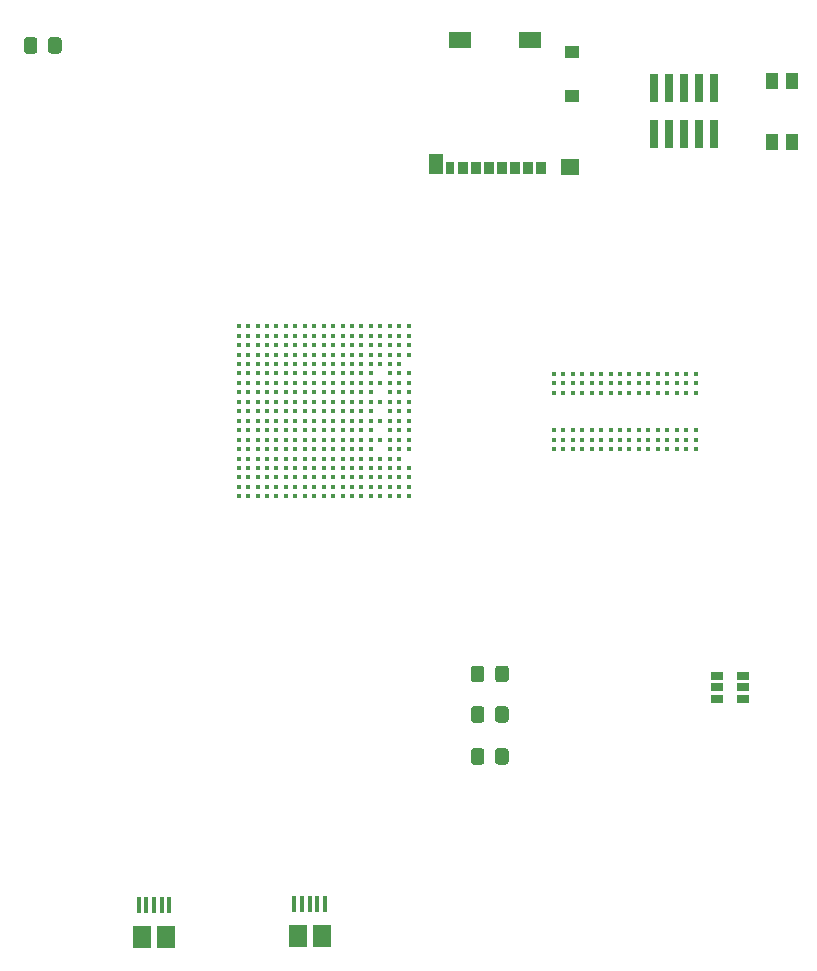
<source format=gbr>
%TF.GenerationSoftware,KiCad,Pcbnew,(5.1.8-0-10_14)*%
%TF.CreationDate,2021-04-08T13:24:54+01:00*%
%TF.ProjectId,STM32MP1_TestBoard_RevB,53544d33-324d-4503-915f-54657374426f,rev?*%
%TF.SameCoordinates,Original*%
%TF.FileFunction,Paste,Top*%
%TF.FilePolarity,Positive*%
%FSLAX46Y46*%
G04 Gerber Fmt 4.6, Leading zero omitted, Abs format (unit mm)*
G04 Created by KiCad (PCBNEW (5.1.8-0-10_14)) date 2021-04-08 13:24:54*
%MOMM*%
%LPD*%
G01*
G04 APERTURE LIST*
%ADD10R,1.900000X1.350000*%
%ADD11R,1.200000X1.000000*%
%ADD12R,1.550000X1.350000*%
%ADD13R,1.170000X1.800000*%
%ADD14R,0.850000X1.100000*%
%ADD15R,0.750000X1.100000*%
%ADD16R,1.000000X1.450000*%
%ADD17C,0.400000*%
%ADD18R,1.500000X1.900000*%
%ADD19R,0.400000X1.350000*%
%ADD20R,1.060000X0.650000*%
%ADD21R,0.740000X2.400000*%
G04 APERTURE END LIST*
%TO.C,D2*%
G36*
G01*
X173540000Y-124644999D02*
X173540000Y-125545001D01*
G75*
G02*
X173290001Y-125795000I-249999J0D01*
G01*
X172639999Y-125795000D01*
G75*
G02*
X172390000Y-125545001I0J249999D01*
G01*
X172390000Y-124644999D01*
G75*
G02*
X172639999Y-124395000I249999J0D01*
G01*
X173290001Y-124395000D01*
G75*
G02*
X173540000Y-124644999I0J-249999D01*
G01*
G37*
G36*
G01*
X175590000Y-124644999D02*
X175590000Y-125545001D01*
G75*
G02*
X175340001Y-125795000I-249999J0D01*
G01*
X174689999Y-125795000D01*
G75*
G02*
X174440000Y-125545001I0J249999D01*
G01*
X174440000Y-124644999D01*
G75*
G02*
X174689999Y-124395000I249999J0D01*
G01*
X175340001Y-124395000D01*
G75*
G02*
X175590000Y-124644999I0J-249999D01*
G01*
G37*
%TD*%
D10*
%TO.C,J10*%
X171466500Y-71460000D03*
X177436500Y-71460000D03*
D11*
X180936500Y-76135000D03*
X180936500Y-72435000D03*
D12*
X180761500Y-82160000D03*
D13*
X169441500Y-81935000D03*
D14*
X171701500Y-82285000D03*
X172801500Y-82285000D03*
X173901500Y-82285000D03*
X175001500Y-82285000D03*
X176101500Y-82285000D03*
X177201500Y-82285000D03*
D15*
X170651500Y-82285000D03*
D14*
X178301500Y-82285000D03*
%TD*%
D16*
%TO.C,SW2*%
X199605000Y-80045000D03*
X199605000Y-74895000D03*
X197905000Y-74895000D03*
X197905000Y-80045000D03*
%TD*%
D17*
%TO.C,U1*%
X167131000Y-110057000D03*
X167131000Y-109257000D03*
X167131000Y-108457000D03*
X167131000Y-107657000D03*
X167131000Y-106057000D03*
X167131000Y-105257000D03*
X167131000Y-104457000D03*
X167131000Y-103657000D03*
X167131000Y-102857000D03*
X167131000Y-102057000D03*
X167131000Y-101257000D03*
X167131000Y-100457000D03*
X167131000Y-99657000D03*
X167131000Y-98057000D03*
X167131000Y-97257000D03*
X167131000Y-96457000D03*
X167131000Y-95657000D03*
X166331000Y-110057000D03*
X166331000Y-109257000D03*
X166331000Y-108457000D03*
X166331000Y-107657000D03*
X166331000Y-106857000D03*
X166331000Y-106057000D03*
X166331000Y-105257000D03*
X166331000Y-104457000D03*
X166331000Y-103657000D03*
X166331000Y-102857000D03*
X166331000Y-102057000D03*
X166331000Y-101257000D03*
X166331000Y-100457000D03*
X166331000Y-99657000D03*
X166331000Y-98857000D03*
X166331000Y-98057000D03*
X166331000Y-97257000D03*
X166331000Y-96457000D03*
X166331000Y-95657000D03*
X165531000Y-110057000D03*
X165531000Y-109257000D03*
X165531000Y-108457000D03*
X165531000Y-107657000D03*
X165531000Y-106857000D03*
X165531000Y-106057000D03*
X165531000Y-105257000D03*
X165531000Y-104457000D03*
X165531000Y-103657000D03*
X165531000Y-102857000D03*
X165531000Y-102057000D03*
X165531000Y-101257000D03*
X165531000Y-100457000D03*
X165531000Y-99657000D03*
X165531000Y-98857000D03*
X165531000Y-98057000D03*
X165531000Y-97257000D03*
X165531000Y-96457000D03*
X165531000Y-95657000D03*
X164731000Y-110057000D03*
X164731000Y-109257000D03*
X164731000Y-108457000D03*
X164731000Y-107657000D03*
X164731000Y-106857000D03*
X164731000Y-105257000D03*
X164731000Y-103657000D03*
X164731000Y-102057000D03*
X164731000Y-100457000D03*
X164731000Y-98857000D03*
X164731000Y-98057000D03*
X164731000Y-97257000D03*
X164731000Y-96457000D03*
X164731000Y-95657000D03*
X163931000Y-110057000D03*
X163931000Y-109257000D03*
X163931000Y-108457000D03*
X163931000Y-107657000D03*
X163931000Y-106857000D03*
X163931000Y-106057000D03*
X163931000Y-105257000D03*
X163931000Y-104457000D03*
X163931000Y-103657000D03*
X163931000Y-102857000D03*
X163931000Y-102057000D03*
X163931000Y-101257000D03*
X163931000Y-100457000D03*
X163931000Y-99657000D03*
X163931000Y-98857000D03*
X163931000Y-98057000D03*
X163931000Y-97257000D03*
X163931000Y-96457000D03*
X163931000Y-95657000D03*
X163131000Y-110057000D03*
X163131000Y-109257000D03*
X163131000Y-108457000D03*
X163131000Y-107657000D03*
X163131000Y-106857000D03*
X163131000Y-106057000D03*
X163131000Y-105257000D03*
X163131000Y-104457000D03*
X163131000Y-103657000D03*
X163131000Y-102857000D03*
X163131000Y-102057000D03*
X163131000Y-101257000D03*
X163131000Y-100457000D03*
X163131000Y-99657000D03*
X163131000Y-98857000D03*
X163131000Y-98057000D03*
X163131000Y-97257000D03*
X163131000Y-96457000D03*
X163131000Y-95657000D03*
X162331000Y-110057000D03*
X162331000Y-109257000D03*
X162331000Y-108457000D03*
X162331000Y-107657000D03*
X162331000Y-106857000D03*
X162331000Y-106057000D03*
X162331000Y-105257000D03*
X162331000Y-104457000D03*
X162331000Y-103657000D03*
X162331000Y-102857000D03*
X162331000Y-102057000D03*
X162331000Y-101257000D03*
X162331000Y-100457000D03*
X162331000Y-99657000D03*
X162331000Y-98857000D03*
X162331000Y-98057000D03*
X162331000Y-97257000D03*
X162331000Y-96457000D03*
X162331000Y-95657000D03*
X161531000Y-110057000D03*
X161531000Y-109257000D03*
X161531000Y-108457000D03*
X161531000Y-107657000D03*
X161531000Y-106857000D03*
X161531000Y-106057000D03*
X161531000Y-105257000D03*
X161531000Y-104457000D03*
X161531000Y-103657000D03*
X161531000Y-102857000D03*
X161531000Y-102057000D03*
X161531000Y-101257000D03*
X161531000Y-100457000D03*
X161531000Y-99657000D03*
X161531000Y-98857000D03*
X161531000Y-98057000D03*
X161531000Y-97257000D03*
X161531000Y-96457000D03*
X161531000Y-95657000D03*
X160731000Y-110057000D03*
X160731000Y-109257000D03*
X160731000Y-108457000D03*
X160731000Y-107657000D03*
X160731000Y-106857000D03*
X160731000Y-106057000D03*
X160731000Y-105257000D03*
X160731000Y-104457000D03*
X160731000Y-103657000D03*
X160731000Y-102857000D03*
X160731000Y-102057000D03*
X160731000Y-101257000D03*
X160731000Y-100457000D03*
X160731000Y-99657000D03*
X160731000Y-98857000D03*
X160731000Y-98057000D03*
X160731000Y-97257000D03*
X160731000Y-96457000D03*
X160731000Y-95657000D03*
X159931000Y-110057000D03*
X159931000Y-109257000D03*
X159931000Y-108457000D03*
X159931000Y-107657000D03*
X159931000Y-106857000D03*
X159931000Y-106057000D03*
X159931000Y-105257000D03*
X159931000Y-104457000D03*
X159931000Y-103657000D03*
X159931000Y-102857000D03*
X159931000Y-102057000D03*
X159931000Y-101257000D03*
X159931000Y-100457000D03*
X159931000Y-99657000D03*
X159931000Y-98857000D03*
X159931000Y-98057000D03*
X159931000Y-97257000D03*
X159931000Y-96457000D03*
X159931000Y-95657000D03*
X159131000Y-110057000D03*
X159131000Y-109257000D03*
X159131000Y-108457000D03*
X159131000Y-107657000D03*
X159131000Y-106857000D03*
X159131000Y-106057000D03*
X159131000Y-105257000D03*
X159131000Y-104457000D03*
X159131000Y-103657000D03*
X159131000Y-102857000D03*
X159131000Y-102057000D03*
X159131000Y-101257000D03*
X159131000Y-100457000D03*
X159131000Y-99657000D03*
X159131000Y-98857000D03*
X159131000Y-98057000D03*
X159131000Y-97257000D03*
X159131000Y-96457000D03*
X159131000Y-95657000D03*
X158331000Y-110057000D03*
X158331000Y-109257000D03*
X158331000Y-108457000D03*
X158331000Y-107657000D03*
X158331000Y-106857000D03*
X158331000Y-106057000D03*
X158331000Y-105257000D03*
X158331000Y-104457000D03*
X158331000Y-103657000D03*
X158331000Y-102857000D03*
X158331000Y-102057000D03*
X158331000Y-101257000D03*
X158331000Y-100457000D03*
X158331000Y-99657000D03*
X158331000Y-98857000D03*
X158331000Y-98057000D03*
X158331000Y-97257000D03*
X158331000Y-96457000D03*
X158331000Y-95657000D03*
X157531000Y-110057000D03*
X157531000Y-109257000D03*
X157531000Y-108457000D03*
X157531000Y-107657000D03*
X157531000Y-106857000D03*
X157531000Y-106057000D03*
X157531000Y-105257000D03*
X157531000Y-104457000D03*
X157531000Y-103657000D03*
X157531000Y-102857000D03*
X157531000Y-102057000D03*
X157531000Y-101257000D03*
X157531000Y-100457000D03*
X157531000Y-99657000D03*
X157531000Y-98857000D03*
X157531000Y-98057000D03*
X157531000Y-97257000D03*
X157531000Y-96457000D03*
X157531000Y-95657000D03*
X156731000Y-110057000D03*
X156731000Y-109257000D03*
X156731000Y-108457000D03*
X156731000Y-107657000D03*
X156731000Y-106857000D03*
X156731000Y-106057000D03*
X156731000Y-105257000D03*
X156731000Y-104457000D03*
X156731000Y-103657000D03*
X156731000Y-102857000D03*
X156731000Y-102057000D03*
X156731000Y-101257000D03*
X156731000Y-100457000D03*
X156731000Y-99657000D03*
X156731000Y-98857000D03*
X156731000Y-98057000D03*
X156731000Y-97257000D03*
X156731000Y-96457000D03*
X156731000Y-95657000D03*
X155931000Y-110057000D03*
X155931000Y-109257000D03*
X155931000Y-108457000D03*
X155931000Y-107657000D03*
X155931000Y-106857000D03*
X155931000Y-106057000D03*
X155931000Y-105257000D03*
X155931000Y-104457000D03*
X155931000Y-103657000D03*
X155931000Y-102857000D03*
X155931000Y-102057000D03*
X155931000Y-101257000D03*
X155931000Y-100457000D03*
X155931000Y-99657000D03*
X155931000Y-98857000D03*
X155931000Y-98057000D03*
X155931000Y-97257000D03*
X155931000Y-96457000D03*
X155931000Y-95657000D03*
X155131000Y-110057000D03*
X155131000Y-109257000D03*
X155131000Y-108457000D03*
X155131000Y-107657000D03*
X155131000Y-106857000D03*
X155131000Y-106057000D03*
X155131000Y-105257000D03*
X155131000Y-104457000D03*
X155131000Y-103657000D03*
X155131000Y-102857000D03*
X155131000Y-102057000D03*
X155131000Y-101257000D03*
X155131000Y-100457000D03*
X155131000Y-99657000D03*
X155131000Y-98857000D03*
X155131000Y-98057000D03*
X155131000Y-97257000D03*
X155131000Y-96457000D03*
X155131000Y-95657000D03*
X154331000Y-110057000D03*
X154331000Y-109257000D03*
X154331000Y-108457000D03*
X154331000Y-107657000D03*
X154331000Y-106857000D03*
X154331000Y-106057000D03*
X154331000Y-105257000D03*
X154331000Y-104457000D03*
X154331000Y-103657000D03*
X154331000Y-102857000D03*
X154331000Y-102057000D03*
X154331000Y-101257000D03*
X154331000Y-100457000D03*
X154331000Y-99657000D03*
X154331000Y-98857000D03*
X154331000Y-98057000D03*
X154331000Y-97257000D03*
X154331000Y-96457000D03*
X154331000Y-95657000D03*
X153531000Y-110057000D03*
X153531000Y-109257000D03*
X153531000Y-108457000D03*
X153531000Y-107657000D03*
X153531000Y-106857000D03*
X153531000Y-106057000D03*
X153531000Y-105257000D03*
X153531000Y-104457000D03*
X153531000Y-103657000D03*
X153531000Y-102857000D03*
X153531000Y-102057000D03*
X153531000Y-101257000D03*
X153531000Y-100457000D03*
X153531000Y-99657000D03*
X153531000Y-98857000D03*
X153531000Y-98057000D03*
X153531000Y-97257000D03*
X153531000Y-96457000D03*
X153531000Y-95657000D03*
X152731000Y-110057000D03*
X152731000Y-109257000D03*
X152731000Y-108457000D03*
X152731000Y-107657000D03*
X152731000Y-106857000D03*
X152731000Y-106057000D03*
X152731000Y-105257000D03*
X152731000Y-104457000D03*
X152731000Y-103657000D03*
X152731000Y-102857000D03*
X152731000Y-102057000D03*
X152731000Y-101257000D03*
X152731000Y-100457000D03*
X152731000Y-99657000D03*
X152731000Y-98857000D03*
X152731000Y-98057000D03*
X152731000Y-97257000D03*
X152731000Y-96457000D03*
X152731000Y-95657000D03*
%TD*%
%TO.C,D4*%
G36*
G01*
X173540000Y-131629999D02*
X173540000Y-132530001D01*
G75*
G02*
X173290001Y-132780000I-249999J0D01*
G01*
X172639999Y-132780000D01*
G75*
G02*
X172390000Y-132530001I0J249999D01*
G01*
X172390000Y-131629999D01*
G75*
G02*
X172639999Y-131380000I249999J0D01*
G01*
X173290001Y-131380000D01*
G75*
G02*
X173540000Y-131629999I0J-249999D01*
G01*
G37*
G36*
G01*
X175590000Y-131629999D02*
X175590000Y-132530001D01*
G75*
G02*
X175340001Y-132780000I-249999J0D01*
G01*
X174689999Y-132780000D01*
G75*
G02*
X174440000Y-132530001I0J249999D01*
G01*
X174440000Y-131629999D01*
G75*
G02*
X174689999Y-131380000I249999J0D01*
G01*
X175340001Y-131380000D01*
G75*
G02*
X175590000Y-131629999I0J-249999D01*
G01*
G37*
%TD*%
%TO.C,D3*%
G36*
G01*
X173540000Y-128073999D02*
X173540000Y-128974001D01*
G75*
G02*
X173290001Y-129224000I-249999J0D01*
G01*
X172639999Y-129224000D01*
G75*
G02*
X172390000Y-128974001I0J249999D01*
G01*
X172390000Y-128073999D01*
G75*
G02*
X172639999Y-127824000I249999J0D01*
G01*
X173290001Y-127824000D01*
G75*
G02*
X173540000Y-128073999I0J-249999D01*
G01*
G37*
G36*
G01*
X175590000Y-128073999D02*
X175590000Y-128974001D01*
G75*
G02*
X175340001Y-129224000I-249999J0D01*
G01*
X174689999Y-129224000D01*
G75*
G02*
X174440000Y-128974001I0J249999D01*
G01*
X174440000Y-128073999D01*
G75*
G02*
X174689999Y-127824000I249999J0D01*
G01*
X175340001Y-127824000D01*
G75*
G02*
X175590000Y-128073999I0J-249999D01*
G01*
G37*
%TD*%
%TO.C,U2*%
X191420000Y-99670000D03*
X191420000Y-100470000D03*
X191420000Y-101270000D03*
X191420000Y-104470000D03*
X191420000Y-105270000D03*
X191420000Y-106070000D03*
X190620000Y-99670000D03*
X190620000Y-100470000D03*
X190620000Y-101270000D03*
X190620000Y-104470000D03*
X190620000Y-105270000D03*
X190620000Y-106070000D03*
X189820000Y-99670000D03*
X189820000Y-100470000D03*
X189820000Y-101270000D03*
X189820000Y-104470000D03*
X189820000Y-105270000D03*
X189820000Y-106070000D03*
X189020000Y-99670000D03*
X189020000Y-100470000D03*
X189020000Y-101270000D03*
X189020000Y-104470000D03*
X189020000Y-105270000D03*
X189020000Y-106070000D03*
X188220000Y-99670000D03*
X188220000Y-100470000D03*
X188220000Y-101270000D03*
X188220000Y-104470000D03*
X188220000Y-105270000D03*
X188220000Y-106070000D03*
X187420000Y-99670000D03*
X187420000Y-100470000D03*
X187420000Y-101270000D03*
X187420000Y-104470000D03*
X187420000Y-105270000D03*
X187420000Y-106070000D03*
X186620000Y-99670000D03*
X186620000Y-100470000D03*
X186620000Y-101270000D03*
X186620000Y-104470000D03*
X186620000Y-105270000D03*
X186620000Y-106070000D03*
X185820000Y-99670000D03*
X185820000Y-100470000D03*
X185820000Y-101270000D03*
X185820000Y-104470000D03*
X185820000Y-105270000D03*
X185820000Y-106070000D03*
X185020000Y-99670000D03*
X185020000Y-100470000D03*
X185020000Y-101270000D03*
X185020000Y-104470000D03*
X185020000Y-105270000D03*
X185020000Y-106070000D03*
X184220000Y-99670000D03*
X184220000Y-100470000D03*
X184220000Y-101270000D03*
X184220000Y-104470000D03*
X184220000Y-105270000D03*
X184220000Y-106070000D03*
X183420000Y-99670000D03*
X183420000Y-100470000D03*
X183420000Y-101270000D03*
X183420000Y-104470000D03*
X183420000Y-105270000D03*
X183420000Y-106070000D03*
X182620000Y-99670000D03*
X182620000Y-100470000D03*
X182620000Y-101270000D03*
X182620000Y-104470000D03*
X182620000Y-105270000D03*
X182620000Y-106070000D03*
X181820000Y-99670000D03*
X181820000Y-100470000D03*
X181820000Y-101270000D03*
X181820000Y-104470000D03*
X181820000Y-105270000D03*
X181820000Y-106070000D03*
X181020000Y-99670000D03*
X181020000Y-100470000D03*
X181020000Y-101270000D03*
X181020000Y-104470000D03*
X181020000Y-105270000D03*
X181020000Y-106070000D03*
X180220000Y-99670000D03*
X180220000Y-100470000D03*
X180220000Y-101270000D03*
X180220000Y-104470000D03*
X180220000Y-105270000D03*
X180220000Y-106070000D03*
X179420000Y-99670000D03*
X179420000Y-100470000D03*
X179420000Y-101270000D03*
X179420000Y-104470000D03*
X179420000Y-105270000D03*
X179420000Y-106070000D03*
%TD*%
D18*
%TO.C,J8*%
X144567400Y-147338300D03*
D19*
X145567400Y-144638300D03*
X146217400Y-144638300D03*
X146867400Y-144638300D03*
X144267400Y-144638300D03*
X144917400Y-144638300D03*
D18*
X146567400Y-147338300D03*
%TD*%
D20*
%TO.C,U4*%
X195410000Y-126238000D03*
X195410000Y-125288000D03*
X195410000Y-127188000D03*
X193210000Y-127188000D03*
X193210000Y-126238000D03*
X193210000Y-125288000D03*
%TD*%
D18*
%TO.C,J14*%
X157750000Y-147287500D03*
D19*
X158750000Y-144587500D03*
X159400000Y-144587500D03*
X160050000Y-144587500D03*
X157450000Y-144587500D03*
X158100000Y-144587500D03*
D18*
X159750000Y-147287500D03*
%TD*%
D21*
%TO.C,J6*%
X187896500Y-79420000D03*
X187896500Y-75520000D03*
X189166500Y-79420000D03*
X189166500Y-75520000D03*
X190436500Y-79420000D03*
X190436500Y-75520000D03*
X191706500Y-79420000D03*
X191706500Y-75520000D03*
X192976500Y-79420000D03*
X192976500Y-75520000D03*
%TD*%
%TO.C,D1*%
G36*
G01*
X136594000Y-72332001D02*
X136594000Y-71431999D01*
G75*
G02*
X136843999Y-71182000I249999J0D01*
G01*
X137494001Y-71182000D01*
G75*
G02*
X137744000Y-71431999I0J-249999D01*
G01*
X137744000Y-72332001D01*
G75*
G02*
X137494001Y-72582000I-249999J0D01*
G01*
X136843999Y-72582000D01*
G75*
G02*
X136594000Y-72332001I0J249999D01*
G01*
G37*
G36*
G01*
X134544000Y-72332001D02*
X134544000Y-71431999D01*
G75*
G02*
X134793999Y-71182000I249999J0D01*
G01*
X135444001Y-71182000D01*
G75*
G02*
X135694000Y-71431999I0J-249999D01*
G01*
X135694000Y-72332001D01*
G75*
G02*
X135444001Y-72582000I-249999J0D01*
G01*
X134793999Y-72582000D01*
G75*
G02*
X134544000Y-72332001I0J249999D01*
G01*
G37*
%TD*%
M02*

</source>
